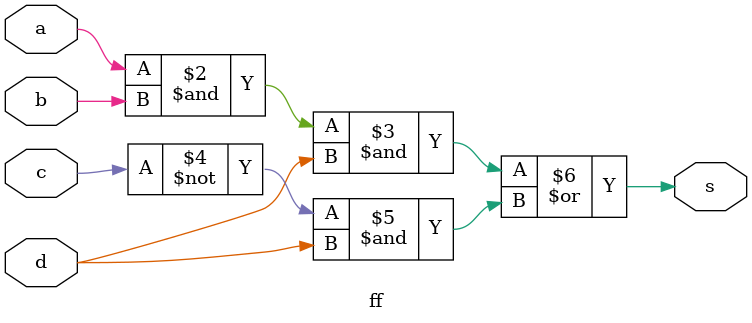
<source format=v>
/*
	Recuperacao_0201f.v
	842536 - Mateus Henrique Medeiros Diniz
*/

module Recuperacao_0201f;
	reg a, b, c, d;
	wire s;
	
	ff ff1 (a, b, c, d, s);
	
	initial begin:
	main
		integer i;
		
		$display("m a b c d | s");
		$monitor("%0h %b %b %b %b | %b", i, a, b, c, d, s);
		
		a = 0;
		b = 0;
		c = 0;
		d = 0;
		
		for(i = 0; i < 15; i++) begin
			#1;
			
			d = ~d;
			
			if((i + 1) % 2 == 0) begin
				c = ~c;
			end
			
			if((i + 1) % 4 == 0) begin
				b = ~b;
			end
			
			if((i + 1) % 8 == 0) begin
				a = ~a;
			end
		end
	end
endmodule

module ff (input a, b, c, d, output s);
	assign s = (a&b&d)|(~c&d);
endmodule
</source>
